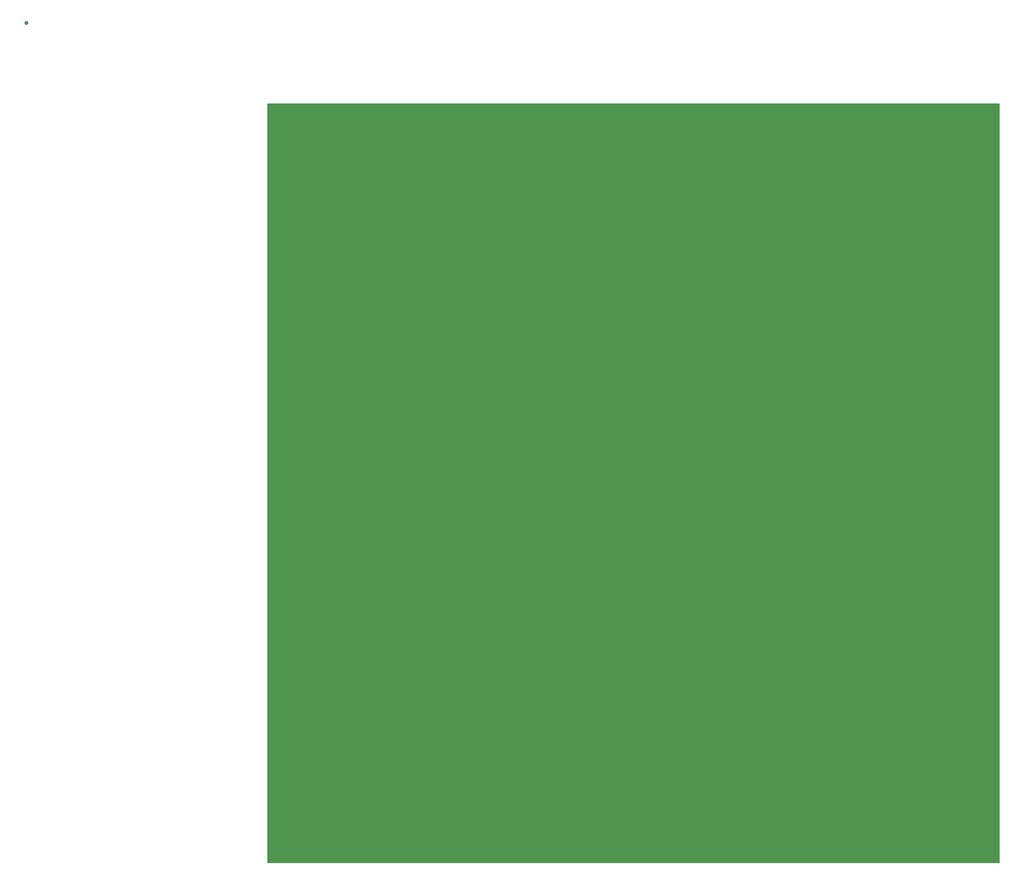
<source format=gbr>
%TF.GenerationSoftware,KiCad,Pcbnew,7.0.9*%
%TF.CreationDate,2024-08-20T15:44:40-06:00*%
%TF.ProjectId,bottom 40k wall,626f7474-6f6d-4203-9430-6b2077616c6c,rev?*%
%TF.SameCoordinates,Original*%
%TF.FileFunction,Soldermask,Top*%
%TF.FilePolarity,Negative*%
%FSLAX46Y46*%
G04 Gerber Fmt 4.6, Leading zero omitted, Abs format (unit mm)*
G04 Created by KiCad (PCBNEW 7.0.9) date 2024-08-20 15:44:40*
%MOMM*%
%LPD*%
G01*
G04 APERTURE LIST*
%ADD10C,0.150000*%
%ADD11C,1.000000*%
G04 APERTURE END LIST*
D10*
X-9850000Y7300000D02*
X170890000Y7300000D01*
X170890000Y-180290000D01*
X-9850000Y-180290000D01*
X-9850000Y7300000D01*
G36*
X-9850000Y7300000D02*
G01*
X170890000Y7300000D01*
X170890000Y-180290000D01*
X-9850000Y-180290000D01*
X-9850000Y7300000D01*
G37*
D11*
%TO.C,TP1*%
X-69475000Y27275000D03*
%TD*%
M02*

</source>
